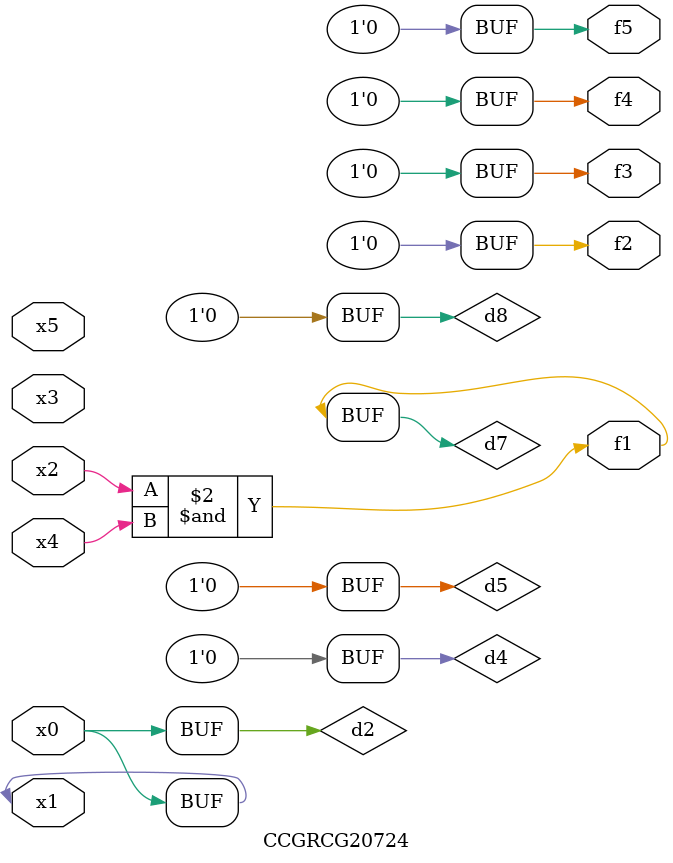
<source format=v>
module CCGRCG20724(
	input x0, x1, x2, x3, x4, x5,
	output f1, f2, f3, f4, f5
);

	wire d1, d2, d3, d4, d5, d6, d7, d8, d9;

	nand (d1, x1);
	buf (d2, x0, x1);
	nand (d3, x2, x4);
	and (d4, d1, d2);
	and (d5, d1, d2);
	nand (d6, d1, d3);
	not (d7, d3);
	xor (d8, d5);
	nor (d9, d5, d6);
	assign f1 = d7;
	assign f2 = d8;
	assign f3 = d8;
	assign f4 = d8;
	assign f5 = d8;
endmodule

</source>
